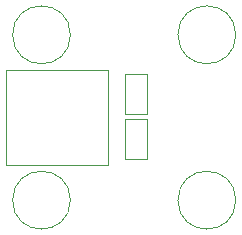
<source format=gbr>
%TF.GenerationSoftware,KiCad,Pcbnew,6.0.10+dfsg-1~bpo11+1*%
%TF.CreationDate,2023-02-10T23:25:59+00:00*%
%TF.ProjectId,kicad-automation-test,6b696361-642d-4617-9574-6f6d6174696f,rev?*%
%TF.SameCoordinates,Original*%
%TF.FileFunction,Other,User*%
%FSLAX46Y46*%
G04 Gerber Fmt 4.6, Leading zero omitted, Abs format (unit mm)*
G04 Created by KiCad (PCBNEW 6.0.10+dfsg-1~bpo11+1) date 2023-02-10 23:25:59*
%MOMM*%
%LPD*%
G01*
G04 APERTURE LIST*
%ADD10C,0.050000*%
G04 APERTURE END LIST*
D10*
%TO.C,J1*%
X139600000Y-86000000D02*
X131000000Y-86000000D01*
X139600000Y-94000000D02*
X139600000Y-86000000D01*
X131000000Y-86000000D02*
X131000000Y-94000000D01*
X131000000Y-94000000D02*
X139600000Y-94000000D01*
%TO.C,D1*%
X142950000Y-90170000D02*
X142950000Y-93530000D01*
X141050000Y-90170000D02*
X142950000Y-90170000D01*
X142950000Y-93530000D02*
X141050000Y-93530000D01*
X141050000Y-93530000D02*
X141050000Y-90170000D01*
%TO.C,R1*%
X141050000Y-86320000D02*
X142950000Y-86320000D01*
X141050000Y-89680000D02*
X141050000Y-86320000D01*
X142950000Y-86320000D02*
X142950000Y-89680000D01*
X142950000Y-89680000D02*
X141050000Y-89680000D01*
%TO.C,H1*%
X150450000Y-83000000D02*
G75*
G03*
X150450000Y-83000000I-2450000J0D01*
G01*
%TO.C,H2*%
X150450000Y-97000000D02*
G75*
G03*
X150450000Y-97000000I-2450000J0D01*
G01*
%TO.C,H3*%
X136450000Y-83000000D02*
G75*
G03*
X136450000Y-83000000I-2450000J0D01*
G01*
%TO.C,H4*%
X136450000Y-97000000D02*
G75*
G03*
X136450000Y-97000000I-2450000J0D01*
G01*
%TD*%
M02*

</source>
